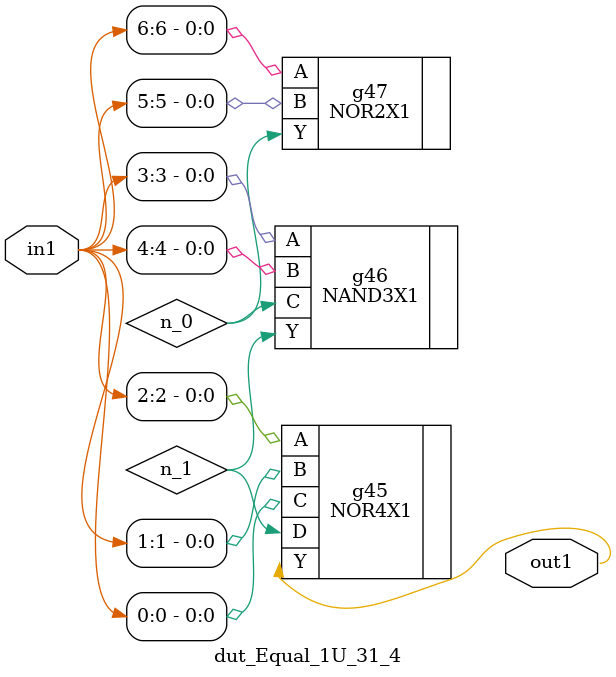
<source format=v>
`timescale 1ps / 1ps


module dut_Equal_1U_31_4(in1, out1);
  input [6:0] in1;
  output out1;
  wire [6:0] in1;
  wire out1;
  wire n_0, n_1;
  NOR4X1 g45(.A (in1[2]), .B (in1[1]), .C (in1[0]), .D (n_1), .Y
       (out1));
  NAND3X1 g46(.A (in1[3]), .B (in1[4]), .C (n_0), .Y (n_1));
  NOR2X1 g47(.A (in1[6]), .B (in1[5]), .Y (n_0));
endmodule



</source>
